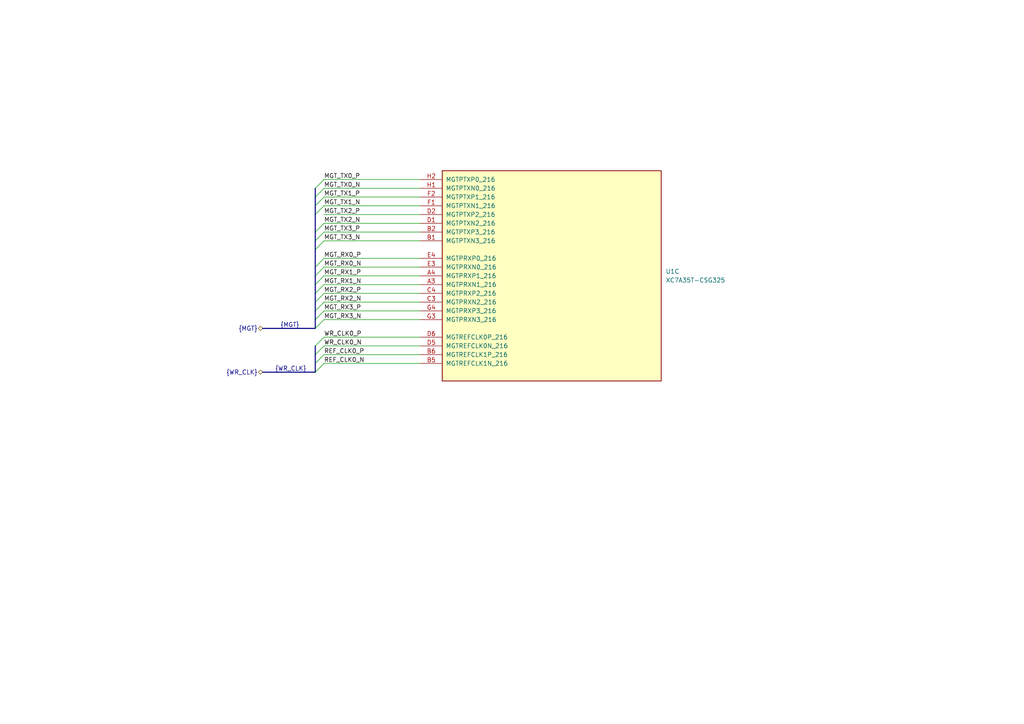
<source format=kicad_sch>
(kicad_sch (version 20250114) (generator "eeschema") (generator_version "9.0")
  (paper "A4")
  (title_block (date "2025-04-18") (rev "${rev}") (company "${name}") (comment 1 "${author}"))
  (lib_symbols
    (symbol "Library_Symbol:XC7A35T-CSG325" (pin_names (offset 1.016))
      (property "Reference" "U" (at 0 1.27 0))
      (property "Value" "XC7A35T-CSG325" (at 0 -1.27 0))
      (symbol "XC7A35T-CSG325_1_1"
        (rectangle (start -44.45 67.31) (end 44.45 -73.66) (stroke (width 0.254)) (fill (type background)))
        (pin bidirectional line (at -50.8 53.34 0) (length 6.35) (name "IO_0_14") (number "L14"))
        (pin bidirectional line (at -50.8 50.8 0) (length 6.35) (name "IO_L1P_T0_D00_MOSI_14") (number "K16"))
        (pin bidirectional line (at -50.8 48.26 0) (length 6.35) (name "IO_L1N_T0_D01_DIN_14") (number "L17"))
        (pin bidirectional line (at -50.8 45.72 0) (length 6.35) (name "IO_L2P_T0_D02_14") (number "J15"))
        (pin bidirectional line (at -50.8 43.18 0) (length 6.35) (name "IO_L2N_T0_D03_14") (number "J16"))
        (pin bidirectional line (at -50.8 40.64 0) (length 6.35) (name "IO_L3P_T0_DQS_PUDC_B_14") (number "J18"))
        (pin bidirectional line (at -50.8 38.1 0) (length 6.35) (name "IO_L3N_T0_DQS_EMCCLK_14") (number "K18"))
        (pin bidirectional line (at -50.8 35.56 0) (length 6.35) (name "IO_L4P_T0_D04_14") (number "K17"))
        (pin bidirectional line (at -50.8 33.02 0) (length 6.35) (name "IO_L4N_T0_D05_14") (number "L18"))
        (pin bidirectional line (at -50.8 30.48 0) (length 6.35) (name "IO_L5P_T0_D06_14") (number "J14"))
        (pin bidirectional line (at -50.8 27.94 0) (length 6.35) (name "IO_L5N_T0_D07_14") (number "K15"))
        (pin bidirectional line (at -50.8 25.4 0) (length 6.35) (name "IO_L6P_T0_FCS_B_14") (number "L15"))
        (pin bidirectional line (at -50.8 22.86 0) (length 6.35) (name "IO_L6N_T0_D08_VREF_14") (number "M15"))
        (pin bidirectional line (at -50.8 20.32 0) (length 6.35) (name "IO_L7P_T1_D09_14") (number "M16"))
        (pin bidirectional line (at -50.8 17.78 0) (length 6.35) (name "IO_L7N_T1_D10_14") (number "M17"))
        (pin bidirectional line (at -50.8 15.24 0) (length 6.35) (name "IO_L8P_T1_D11_14") (number "M14"))
        (pin bidirectional line (at -50.8 12.7 0) (length 6.35) (name "IO_L8N_T1_D12_14") (number "N14"))
        (pin bidirectional line (at -50.8 10.16 0) (length 6.35) (name "IO_L9P_T1_DQS_14") (number "N16"))
        (pin bidirectional line (at -50.8 7.62 0) (length 6.35) (name "IO_L9N_T1_DQS_D13_14") (number "N17"))
        (pin bidirectional line (at -50.8 5.08 0) (length 6.35) (name "IO_L10P_T1_D14_14") (number "N18"))
        (pin bidirectional line (at -50.8 2.54 0) (length 6.35) (name "IO_L10N_T1_D15_14") (number "P18"))
        (pin bidirectional line (at -50.8 0 0) (length 6.35) (name "IO_L11P_T1_SRCC_14") (number "P15"))
        (pin bidirectional line (at -50.8 -2.54 0) (length 6.35) (name "IO_L11N_T1_SRCC_14") (number "P16"))
        (pin bidirectional line (at -50.8 -5.08 0) (length 6.35) (name "IO_L12P_T1_MRCC_14") (number "P14"))
        (pin bidirectional line (at -50.8 -7.62 0) (length 6.35) (name "IO_L12N_T1_MRCC_14") (number "R15"))
        (pin bidirectional line (at -50.8 -10.16 0) (length 6.35) (name "IO_L13P_T2_MRCC_14") (number "T14"))
        (pin bidirectional line (at -50.8 -12.7 0) (length 6.35) (name "IO_L13N_T2_MRCC_14") (number "T15"))
        (pin bidirectional line (at -50.8 -15.24 0) (length 6.35) (name "IO_L14P_T2_SRCC_14") (number "R16"))
        (pin bidirectional line (at -50.8 -17.78 0) (length 6.35) (name "IO_L14N_T2_SRCC_14") (number "R17"))
        (pin bidirectional line (at -50.8 -20.32 0) (length 6.35) (name "IO_L15P_T2_DQS_RDWR_B_14") (number "R18"))
        (pin bidirectional line (at -50.8 -22.86 0) (length 6.35) (name "IO_L15N_T2_DQS_DOUT_CSO_B_14") (number "T18"))
        (pin bidirectional line (at -50.8 -25.4 0) (length 6.35) (name "IO_L16P_T2_CSI_B_14") (number "T17"))
        (pin bidirectional line (at -50.8 -27.94 0) (length 6.35) (name "IO_L16N_T2_A15_D31_14") (number "U17"))
        (pin bidirectional line (at -50.8 -30.48 0) (length 6.35) (name "IO_L17P_T2_A14_D30_14") (number "U15"))
        (pin bidirectional line (at -50.8 -33.02 0) (length 6.35) (name "IO_L17N_T2_A13_D29_14") (number "U16"))
        (pin bidirectional line (at -50.8 -35.56 0) (length 6.35) (name "IO_L18P_T2_A12_D28_14") (number "V16"))
        (pin bidirectional line (at -50.8 -38.1 0) (length 6.35) (name "IO_L18N_T2_A11_D27_14") (number "V17"))
        (pin bidirectional line (at -50.8 -40.64 0) (length 6.35) (name "IO_L19P_T3_A10_D26_14") (number "R13"))
        (pin bidirectional line (at -50.8 -43.18 0) (length 6.35) (name "IO_L19N_T3_A09_D25_VREF_14") (number "T13"))
        (pin bidirectional line (at -50.8 -45.72 0) (length 6.35) (name "IO_L20P_T3_A08_D24_14") (number "U14"))
        (pin bidirectional line (at -50.8 -48.26 0) (length 6.35) (name "IO_L20N_T3_A07_D23_14") (number "V14"))
        (pin bidirectional line (at -50.8 -50.8 0) (length 6.35) (name "IO_L21P_T3_DQS_14") (number "V12"))
        (pin bidirectional line (at -50.8 -53.34 0) (length 6.35) (name "IO_L21N_T3_DQS_A06_D22_14") (number "V13"))
        (pin bidirectional line (at -50.8 -55.88 0) (length 6.35) (name "IO_L22P_T3_A05_D21_14") (number "T12"))
        (pin bidirectional line (at -50.8 -58.42 0) (length 6.35) (name "IO_L22N_T3_A04_D20_14") (number "U12"))
        (pin bidirectional line (at -50.8 -60.96 0) (length 6.35) (name "IO_L23P_T3_A03_D19_14") (number "U11"))
        (pin bidirectional line (at -50.8 -63.5 0) (length 6.35) (name "IO_L23N_T3_A02_D18_14") (number "V11"))
        (pin bidirectional line (at -50.8 -66.04 0) (length 6.35) (name "IO_L24P_T3_A01_D17_14") (number "U9"))
        (pin bidirectional line (at -50.8 -68.58 0) (length 6.35) (name "IO_L24N_T3_A00_D16_14") (number "V9"))
        (pin bidirectional line (at -50.8 -71.12 0) (length 6.35) (name "IO_25_14") (number "U10"))
        (pin power_in line (at -40.64 73.66 270) (length 6.35) (name "VCCO_14") (number "L16"))
        (pin power_in line (at -38.1 73.66 270) (length 6.35) (name "VCCO_14") (number "P17"))
        (pin power_in line (at -35.56 73.66 270) (length 6.35) (name "VCCO_14") (number "R14"))
        (pin power_in line (at -33.02 73.66 270) (length 6.35) (name "VCCO_14") (number "T11"))
        (pin power_in line (at -30.48 73.66 270) (length 6.35) (name "VCCO_14") (number "U8"))
        (pin power_in line (at -27.94 73.66 270) (length 6.35) (name "VCCO_14") (number "U18"))
        (pin power_in line (at -25.4 73.66 270) (length 6.35) (name "VCCO_14") (number "V15"))
        (pin power_in line (at 25.4 73.66 270) (length 6.35) (name "VCCO_15") (number "A16"))
        (pin power_in line (at 27.94 73.66 270) (length 6.35) (name "VCCO_15") (number "B13"))
        (pin power_in line (at 30.48 73.66 270) (length 6.35) (name "VCCO_15") (number "C10"))
        (pin power_in line (at 33.02 73.66 270) (length 6.35) (name "VCCO_15") (number "D17"))
        (pin power_in line (at 35.56 73.66 270) (length 6.35) (name "VCCO_15") (number "E14"))
        (pin power_in line (at 38.1 73.66 270) (length 6.35) (name "VCCO_15") (number "G18"))
        (pin power_in line (at 40.64 73.66 270) (length 6.35) (name "VCCO_15") (number "H15"))
        (pin bidirectional line (at 50.8 53.34 180) (length 6.35) (name "IO_0_15") (number "D10"))
        (pin bidirectional line (at 50.8 50.8 180) (length 6.35) (name "IO_L1P_T0_AD0P_15") (number "D8"))
        (pin bidirectional line (at 50.8 48.26 180) (length 6.35) (name "IO_L1N_T0_AD0N_15") (number "C8"))
        (pin bidirectional line (at 50.8 45.72 180) (length 6.35) (name "IO_L2P_T0_AD8P_15") (number "D9"))
        (pin bidirectional line (at 50.8 43.18 180) (length 6.35) (name "IO_L2N_T0_AD8N_15") (number "C9"))
        (pin bidirectional line (at 50.8 40.64 180) (length 6.35) (name "IO_L3P_T0_DQS_AD1P_15") (number "B9"))
        (pin bidirectional line (at 50.8 38.1 180) (length 6.35) (name "IO_L3N_T0_DQS_AD1N_15") (number "A9"))
        (pin bidirectional line (at 50.8 35.56 180) (length 6.35) (name "IO_L4P_T0_15") (number "C11"))
        (pin bidirectional line (at 50.8 33.02 180) (length 6.35) (name "IO_L4N_T0_15") (number "B11"))
        (pin bidirectional line (at 50.8 30.48 180) (length 6.35) (name "IO_L5P_T0_AD9P_15") (number "B10"))
        (pin bidirectional line (at 50.8 27.94 180) (length 6.35) (name "IO_L5N_T0_AD9N_15") (number "A10"))
        (pin bidirectional line (at 50.8 25.4 180) (length 6.35) (name "IO_L6P_T0_15") (number "D11"))
        (pin bidirectional line (at 50.8 22.86 180) (length 6.35) (name "IO_L6N_T0_VREF_15") (number "C12"))
        (pin bidirectional line (at 50.8 20.32 180) (length 6.35) (name "IO_L7P_T1_AD2P_15") (number "B12"))
        (pin bidirectional line (at 50.8 17.78 180) (length 6.35) (name "IO_L7N_T1_AD2N_15") (number "A12"))
        (pin bidirectional line (at 50.8 15.24 180) (length 6.35) (name "IO_L8P_T1_AD10P_15") (number "A13"))
        (pin bidirectional line (at 50.8 12.7 180) (length 6.35) (name "IO_L8N_T1_AD10N_15") (number "A14"))
        (pin bidirectional line (at 50.8 10.16 180) (length 6.35) (name "IO_L9P_T1_DQS_AD3P_15") (number "C14"))
        (pin bidirectional line (at 50.8 7.62 180) (length 6.35) (name "IO_L9N_T1_DQS_AD3N_15") (number "B15"))
        (pin bidirectional line (at 50.8 5.08 180) (length 6.35) (name "IO_L10P_T1_AD11P_15") (number "B14"))
        (pin bidirectional line (at 50.8 2.54 180) (length 6.35) (name "IO_L10N_T1_AD11N_15") (number "A15"))
        (pin bidirectional line (at 50.8 0 180) (length 6.35) (name "IO_L11P_T1_SRCC_15") (number "D13"))
        (pin bidirectional line (at 50.8 -2.54 180) (length 6.35) (name "IO_L11N_T1_SRCC_15") (number "C13"))
        (pin bidirectional line (at 50.8 -5.08 180) (length 6.35) (name "IO_L12P_T1_MRCC_15") (number "E13"))
        (pin bidirectional line (at 50.8 -7.62 180) (length 6.35) (name "IO_L12N_T1_MRCC_15") (number "D14"))
        (pin bidirectional line (at 50.8 -10.16 180) (length 6.35) (name "IO_L13P_T2_MRCC_15") (number "E15"))
        (pin bidirectional line (at 50.8 -12.7 180) (length 6.35) (name "IO_L13N_T2_MRCC_15") (number "D15"))
        (pin bidirectional line (at 50.8 -15.24 180) (length 6.35) (name "IO_L14P_T2_SRCC_15") (number "E16"))
        (pin bidirectional line (at 50.8 -17.78 180) (length 6.35) (name "IO_L14N_T2_SRCC_15") (number "D16"))
        (pin bidirectional line (at 50.8 -20.32 180) (length 6.35) (name "IO_L15P_T2_DQS_15") (number "B16"))
        (pin bidirectional line (at 50.8 -22.86 180) (length 6.35) (name "IO_L15N_T2_DQS_ADV_B_15") (number "A17"))
        (pin bidirectional line (at 50.8 -25.4 180) (length 6.35) (name "IO_L16P_T2_A28_15") (number "C16"))
        (pin bidirectional line (at 50.8 -27.94 180) (length 6.35) (name "IO_L16N_T2_A27_15") (number "B17"))
        (pin bidirectional line (at 50.8 -30.48 180) (length 6.35) (name "IO_L17P_T2_A26_15") (number "E17"))
        (pin bidirectional line (at 50.8 -33.02 180) (length 6.35) (name "IO_L17N_T2_A25_15") (number "D18"))
        (pin bidirectional line (at 50.8 -35.56 180) (length 6.35) (name "IO_L18P_T2_A24_15") (number "C17"))
        (pin bidirectional line (at 50.8 -38.1 180) (length 6.35) (name "IO_L18N_T2_A23_15") (number "C18"))
        (pin bidirectional line (at 50.8 -40.64 180) (length 6.35) (name "IO_L19P_T3_A22_15") (number "G17"))
        (pin bidirectional line (at 50.8 -43.18 180) (length 6.35) (name "IO_L19N_T3_A21_VREF_15") (number "F18"))
        (pin bidirectional line (at 50.8 -45.72 180) (length 6.35) (name "IO_L20P_T3_A20_15") (number "H16"))
        (pin bidirectional line (at 50.8 -48.26 180) (length 6.35) (name "IO_L20N_T3_A19_15") (number "G16"))
        (pin bidirectional line (at 50.8 -50.8 180) (length 6.35) (name "IO_L21P_T3_DQS_15") (number "G15"))
        (pin bidirectional line (at 50.8 -53.34 180) (length 6.35) (name "IO_L21N_T3_DQS_A18_15") (number "F15"))
        (pin bidirectional line (at 50.8 -55.88 180) (length 6.35) (name "IO_L22P_T3_A17_15") (number "G14"))
        (pin bidirectional line (at 50.8 -58.42 180) (length 6.35) (name "IO_L22N_T3_A16_15") (number "F14"))
        (pin bidirectional line (at 50.8 -60.96 180) (length 6.35) (name "IO_L23P_T3_FOE_B_15") (number "H17"))
        (pin bidirectional line (at 50.8 -63.5 180) (length 6.35) (name "IO_L23N_T3_FWE_B_15") (number "H18"))
        (pin bidirectional line (at 50.8 -66.04 180) (length 6.35) (name "IO_L24P_T3_RS1_15") (number "F17"))
        (pin bidirectional line (at 50.8 -68.58 180) (length 6.35) (name "IO_L24N_T3_RS0_15") (number "E18"))
        (pin bidirectional line (at 50.8 -71.12 180) (length 6.35) (name "IO_25_15") (number "H14"))
      )
      (symbol "XC7A35T-CSG325_2_1"
        (rectangle (start -44.45 67.31) (end 44.45 -73.66) (stroke (width 0.254)) (fill (type background)))
        (pin bidirectional line (at -50.8 53.34 0) (length 6.35) (name "IO_0_34") (number "J6"))
        (pin bidirectional line (at -50.8 50.8 0) (length 6.35) (name "IO_L1P_T0_34") (number "K6"))
        (pin bidirectional line (at -50.8 48.26 0) (length 6.35) (name "IO_L1N_T0_34") (number "K5"))
        (pin bidirectional line (at -50.8 45.72 0) (length 6.35) (name "IO_L2P_T0_34") (number "J5"))
        (pin bidirectional line (at -50.8 43.18 0) (length 6.35) (name "IO_L2N_T0_34") (number "J4"))
        (pin bidirectional line (at -50.8 40.64 0) (length 6.35) (name "IO_L3P_T0_DQS_34") (number "K2"))
        (pin bidirectional line (at -50.8 38.1 0) (length 6.35) (name "IO_L3N_T0_DQS_34") (number "K1"))
        (pin bidirectional line (at -50.8 35.56 0) (length 6.35) (name "IO_L4P_T0_34") (number "K3"))
        (pin bidirectional line (at -50.8 33.02 0) (length 6.35) (name "IO_L4N_T0_34") (number "L2"))
        (pin bidirectional line (at -50.8 30.48 0) (length 6.35) (name "IO_L5P_T0_34") (number "L4"))
        (pin bidirectional line (at -50.8 27.94 0) (length 6.35) (name "IO_L5N_T0_34") (number "L3"))
        (pin bidirectional line (at -50.8 25.4 0) (length 6.35) (name "IO_L6P_T0_34") (number "L5"))
        (pin bidirectional line (at -50.8 22.86 0) (length 6.35) (name "IO_L6N_T0_VREF_34") (number "M5"))
        (pin bidirectional line (at -50.8 20.32 0) (length 6.35) (name "IO_L7P_T1_34") (number "M2"))
        (pin bidirectional line (at -50.8 17.78 0) (length 6.35) (name "IO_L7N_T1_34") (number "M1"))
        (pin bidirectional line (at -50.8 15.24 0) (length 6.35) (name "IO_L8P_T1_34") (number "M6"))
        (pin bidirectional line (at -50.8 12.7 0) (length 6.35) (name "IO_L8N_T1_34") (number "N6"))
        (pin bidirectional line (at -50.8 10.16 0) (length 6.35) (name "IO_L9P_T1_DQS_34") (number "N1"))
        (pin bidirectional line (at -50.8 7.62 0) (length 6.35) (name "IO_L9N_T1_DQS_34") (number "P1"))
        (pin bidirectional line (at -50.8 5.08 0) (length 6.35) (name "IO_L10P_T1_34") (number "M4"))
        (pin bidirectional line (at -50.8 2.54 0) (length 6.35) (name "IO_L10N_T1_34") (number "N4"))
        (pin bidirectional line (at -50.8 0 0) (length 6.35) (name "IO_L11P_T1_SRCC_34") (number "N3"))
        (pin bidirectional line (at -50.8 -2.54 0) (length 6.35) (name "IO_L11N_T1_SRCC_34") (number "N2"))
        (pin bidirectional line (at -50.8 -5.08 0) (length 6.35) (name "IO_L12P_T1_MRCC_34") (number "P4"))
        (pin bidirectional line (at -50.8 -7.62 0) (length 6.35) (name "IO_L12N_T1_MRCC_34") (number "P3"))
        (pin bidirectional line (at -50.8 -10.16 0) (length 6.35) (name "IO_L13P_T2_MRCC_34") (number "R2"))
        (pin bidirectional line (at -50.8 -12.7 0) (length 6.35) (name "IO_L13N_T2_MRCC_34") (number "R1"))
        (pin bidirectional line (at -50.8 -15.24 0) (length 6.35) (name "IO_L14P_T2_SRCC_34") (number "R3"))
        (pin bidirectional line (at -50.8 -17.78 0) (length 6.35) (name "IO_L14N_T2_SRCC_34") (number "T2"))
        (pin bidirectional line (at -50.8 -20.32 0) (length 6.35) (name "IO_L15P_T2_DQS_34") (number "U2"))
        (pin bidirectional line (at -50.8 -22.86 0) (length 6.35) (name "IO_L15N_T2_DQS_34") (number "U1"))
        (pin bidirectional line (at -50.8 -25.4 0) (length 6.35) (name "IO_L16P_T2_34") (number "V3"))
        (pin bidirectional line (at -50.8 -27.94 0) (length 6.35) (name "IO_L16N_T2_34") (number "V2"))
        (pin bidirectional line (at -50.8 -30.48 0) (length 6.35) (name "IO_L17P_T2_34") (number "T4"))
        (pin bidirectional line (at -50.8 -33.02 0) (length 6.35) (name "IO_L17N_T2_34") (number "T3"))
        (pin bidirectional line (at -50.8 -35.56 0) (length 6.35) (name "IO_L18P_T2_34") (number "U4"))
        (pin bidirectional line (at -50.8 -38.1 0) (length 6.35) (name "IO_L18N_T2_34") (number "V4"))
        (pin bidirectional line (at -50.8 -40.64 0) (length 6.35) (name "IO_L19P_T3_34") (number "P6"))
        (pin bidirectional line (at -50.8 -43.18 0) (length 6.35) (name "IO_L19N_T3_VREF_34") (number "P5"))
        (pin bidirectional line (at -50.8 -45.72 0) (length 6.35) (name "IO_L20P_T3_34") (number "U6"))
        (pin bidirectional line (at -50.8 -48.26 0) (length 6.35) (name "IO_L20N_T3_34") (number "U5"))
        (pin bidirectional line (at -50.8 -50.8 0) (length 6.35) (name "IO_L21P_T3_DQS_34") (number "R5"))
        (pin bidirectional line (at -50.8 -53.34 0) (length 6.35) (name "IO_L21N_T3_DQS_34") (number "T5"))
        (pin bidirectional line (at -50.8 -55.88 0) (length 6.35) (name "IO_L22P_T3_34") (number "R7"))
        (pin bidirectional line (at -50.8 -58.42 0) (length 6.35) (name "IO_L22N_T3_34") (number "T7"))
        (pin bidirectional line (at -50.8 -60.96 0) (length 6.35) (name "IO_L23P_T3_34") (number "U7"))
        (pin bidirectional line (at -50.8 -63.5 0) (length 6.35) (name "IO_L23N_T3_34") (number "V6"))
        (pin bidirectional line (at -50.8 -66.04 0) (length 6.35) (name "IO_L24P_T3_34") (number "V8"))
        (pin bidirectional line (at -50.8 -68.58 0) (length 6.35) (name "IO_L24N_T3_34") (number "V7"))
        (pin bidirectional line (at -50.8 -71.12 0) (length 6.35) (name "IO_25_34") (number "R6"))
        (pin power_in line (at -40.64 73.66 270) (length 6.35) (name "VCCO_34") (number "L6"))
        (pin power_in line (at -38.1 73.66 270) (length 6.35) (name "VCCO_34") (number "M3"))
        (pin power_in line (at -35.56 73.66 270) (length 6.35) (name "VCCO_34") (number "P7"))
        (pin power_in line (at -33.02 73.66 270) (length 6.35) (name "VCCO_34") (number "R4"))
        (pin power_in line (at -30.48 73.66 270) (length 6.35) (name "VCCO_34") (number "T1"))
        (pin power_in line (at -27.94 73.66 270) (length 6.35) (name "VCCO_34") (number "V5"))
      )
      (symbol "XC7A35T-CSG325_3_1"
        (rectangle (start -31.75 30.48) (end 31.75 -30.48) (stroke (width 0.254)) (fill (type background)))
        (pin bidirectional line (at -38.1 27.94 0) (length 6.35) (name "MGTPTXP0_216") (number "H2"))
        (pin bidirectional line (at -38.1 25.4 0) (length 6.35) (name "MGTPTXN0_216") (number "H1"))
        (pin bidirectional line (at -38.1 22.86 0) (length 6.35) (name "MGTPTXP1_216") (number "F2"))
        (pin bidirectional line (at -38.1 20.32 0) (length 6.35) (name "MGTPTXN1_216") (number "F1"))
        (pin bidirectional line (at -38.1 17.78 0) (length 6.35) (name "MGTPTXP2_216") (number "D2"))
        (pin bidirectional line (at -38.1 15.24 0) (length 6.35) (name "MGTPTXN2_216") (number "D1"))
        (pin bidirectional line (at -38.1 12.7 0) (length 6.35) (name "MGTPTXP3_216") (number "B2"))
        (pin bidirectional line (at -38.1 10.16 0) (length 6.35) (name "MGTPTXN3_216") (number "B1"))
        (pin bidirectional line (at -38.1 5.08 0) (length 6.35) (name "MGTPRXP0_216") (number "E4"))
        (pin bidirectional line (at -38.1 2.54 0) (length 6.35) (name "MGTPRXN0_216") (number "E3"))
        (pin bidirectional line (at -38.1 0 0) (length 6.35) (name "MGTPRXP1_216") (number "A4"))
        (pin bidirectional line (at -38.1 -2.54 0) (length 6.35) (name "MGTPRXN1_216") (number "A3"))
        (pin bidirectional line (at -38.1 -5.08 0) (length 6.35) (name "MGTPRXP2_216") (number "C4"))
        (pin bidirectional line (at -38.1 -7.62 0) (length 6.35) (name "MGTPRXN2_216") (number "C3"))
        (pin bidirectional line (at -38.1 -10.16 0) (length 6.35) (name "MGTPRXP3_216") (number "G4"))
        (pin bidirectional line (at -38.1 -12.7 0) (length 6.35) (name "MGTPRXN3_216") (number "G3"))
        (pin bidirectional line (at -38.1 -17.78 0) (length 6.35) (name "MGTREFCLK0P_216") (number "D6"))
        (pin bidirectional line (at -38.1 -20.32 0) (length 6.35) (name "MGTREFCLK0N_216") (number "D5"))
        (pin bidirectional line (at -38.1 -22.86 0) (length 6.35) (name "MGTREFCLK1P_216") (number "B6"))
        (pin bidirectional line (at -38.1 -25.4 0) (length 6.35) (name "MGTREFCLK1N_216") (number "B5"))
      )
      (symbol "XC7A35T-CSG325_4_1"
        (rectangle (start -31.75 10.16) (end 31.75 -10.16) (stroke (width 0.254)) (fill (type background)))
        (pin power_in line (at -38.1 7.62 0) (length 6.35) (name "MGTAVCC") (number "B4"))
        (pin power_in line (at -38.1 5.08 0) (length 6.35) (name "MGTAVCC") (number "C5"))
        (pin power_in line (at -38.1 2.54 0) (length 6.35) (name "MGTAVCC") (number "E5"))
        (pin power_in line (at -38.1 0 0) (length 6.35) (name "MGTAVCC") (number "F5"))
        (pin power_in line (at 38.1 7.62 180) (length 6.35) (name "MGTAVTT") (number "A2"))
        (pin power_in line (at 38.1 5.08 180) (length 6.35) (name "MGTAVTT") (number "C1"))
        (pin power_in line (at 38.1 2.54 180) (length 6.35) (name "MGTAVTT") (number "E1"))
        (pin power_in line (at 38.1 0 180) (length 6.35) (name "MGTAVTT") (number "F3"))
        (pin power_in line (at 38.1 -2.54 180) (length 6.35) (name "MGTAVTT") (number "G2"))
        (pin power_in line (at 38.1 -7.62 180) (length 6.35) (name "MGTRREF_216") (number "A6"))
      )
      (symbol "XC7A35T-CSG325_5_1"
        (rectangle (start -31.75 34.29) (end 31.75 -40.64) (stroke (width 0.254)) (fill (type background)))
        (pin power_in line (at 25.4 40.64 270) (length 6.35) (name "VCCO_0") (number "E10"))
        (pin power_in line (at 27.94 40.64 270) (length 6.35) (name "VCCO_0") (number "R10"))
        (pin bidirectional line (at 38.1 20.32 180) (length 6.35) (name "TDI_0") (number "T9"))
        (pin bidirectional line (at 38.1 17.78 180) (length 6.35) (name "TDO_0") (number "T8"))
        (pin bidirectional line (at 38.1 15.24 180) (length 6.35) (name "TMS_0") (number "R8"))
        (pin bidirectional line (at 38.1 12.7 180) (length 6.35) (name "TCK_0") (number "F8"))
        (pin bidirectional line (at 38.1 7.62 180) (length 6.35) (name "CCLK_0") (number "E8"))
        (pin bidirectional line (at 38.1 5.08 180) (length 6.35) (name "M0_0") (number "R12"))
        (pin bidirectional line (at 38.1 2.54 180) (length 6.35) (name "M1_0") (number "R11"))
        (pin bidirectional line (at 38.1 0 180) (length 6.35) (name "M2_0") (number "F13"))
        (pin bidirectional line (at 38.1 -5.08 180) (length 6.35) (name "DONE_0") (number "F12"))
        (pin bidirectional line (at 38.1 -7.62 180) (length 6.35) (name "INIT_B_0") (number "T10"))
        (pin bidirectional line (at 38.1 -10.16 180) (length 6.35) (name "PROGRAM_B_0") (number "P10"))
        (pin bidirectional line (at 38.1 -15.24 180) (length 6.35) (name "CFGBVS_0") (number "E12"))
        (pin bidirectional line (at 38.1 -20.32 180) (length 6.35) (name "VP_0") (number "K10"))
        (pin bidirectional line (at 38.1 -22.86 180) (length 6.35) (name "VN_0") (number "L9"))
        (pin bidirectional line (at 38.1 -27.94 180) (length 6.35) (name "VREFP_0") (number "L10"))
        (pin bidirectional line (at 38.1 -30.48 180) (length 6.35) (name "VREFN_0") (number "K9"))
        (pin bidirectional line (at 38.1 -35.56 180) (length 6.35) (name "DXP_0") (number "M10"))
        (pin bidirectional line (at 38.1 -38.1 180) (length 6.35) (name "DXN_0") (number "M9"))
      )
      (symbol "XC7A35T-CSG325_6_1"
        (rectangle (start -19.05 73.66) (end 19.05 -73.66) (stroke (width 0.254)) (fill (type background)))
        (pin power_in line (at -25.4 71.12 0) (length 6.35) (name "VCCAUX") (number "G12"))
        (pin power_in line (at -25.4 68.58 0) (length 6.35) (name "VCCAUX") (number "H13"))
        (pin power_in line (at -25.4 66.04 0) (length 6.35) (name "VCCAUX") (number "K13"))
        (pin power_in line (at -25.4 63.5 0) (length 6.35) (name "VCCAUX") (number "M13"))
        (pin power_in line (at -25.4 60.96 0) (length 6.35) (name "VCCAUX") (number "P13"))
        (pin power_in line (at -25.4 55.88 0) (length 6.35) (name "GNDADC_0") (number "J9"))
        (pin power_in line (at -25.4 53.34 0) (length 6.35) (name "VCCADC_0") (number "J10"))
        (pin power_in line (at -25.4 50.8 0) (length 6.35) (name "VCCBATT_0") (number "E11"))
        (pin power_in line (at -25.4 48.26 0) (length 6.35) (name "VCCBRAM") (number "F11"))
        (pin power_in line (at -25.4 45.72 0) (length 6.35) (name "VCCBRAM") (number "G10"))
        (pin power_in line (at -25.4 43.18 0) (length 6.35) (name "VCCBRAM") (number "H11"))
        (pin power_in line (at -25.4 22.86 0) (length 6.35) (name "GND") (number "A1"))
        (pin power_in line (at -25.4 20.32 0) (length 6.35) (name "GND") (number "A5"))
        (pin power_in line (at -25.4 17.78 0) (length 6.35) (name "GND") (number "A7"))
        (pin power_in line (at -25.4 15.24 0) (length 6.35) (name "GND") (number "A8"))
        (pin power_in line (at -25.4 12.7 0) (length 6.35) (name "GND") (number "A11"))
        (pin power_in line (at -25.4 10.16 0) (length 6.35) (name "GND") (number "A18"))
        (pin power_in line (at -25.4 7.62 0) (length 6.35) (name "GND") (number "B3"))
        (pin power_in line (at -25.4 5.08 0) (length 6.35) (name "GND") (number "B7"))
        (pin power_in line (at -25.4 2.54 0) (length 6.35) (name "GND") (number "B8"))
        (pin power_in line (at -25.4 0 0) (length 6.35) (name "GND") (number "B18"))
        (pin power_in line (at -25.4 -2.54 0) (length 6.35) (name "GND") (number "C2"))
        (pin power_in line (at -25.4 -5.08 0) (length 6.35) (name "GND") (number "C6"))
        (pin power_in line (at -25.4 -7.62 0) (length 6.35) (name "GND") (number "C7"))
        (pin power_in line (at -25.4 -10.16 0) (length 6.35) (name "GND") (number "C15"))
        (pin power_in line (at -25.4 -12.7 0) (length 6.35) (name "GND") (number "D3"))
        (pin power_in line (at -25.4 -15.24 0) (length 6.35) (name "GND") (number "D4"))
        (pin power_in line (at -25.4 -17.78 0) (length 6.35) (name "GND") (number "D7"))
        (pin power_in line (at -25.4 -20.32 0) (length 6.35) (name "GND") (number "D12"))
        (pin power_in line (at -25.4 -22.86 0) (length 6.35) (name "GND") (number "E2"))
        (pin power_in line (at -25.4 -25.4 0) (length 6.35) (name "GND") (number "E6"))
        (pin power_in line (at -25.4 -27.94 0) (length 6.35) (name "GND") (number "E7"))
        (pin power_in line (at -25.4 -30.48 0) (length 6.35) (name "GND") (number "E9"))
        (pin power_in line (at -25.4 -33.02 0) (length 6.35) (name "GND") (number "F4"))
        (pin power_in line (at -25.4 -35.56 0) (length 6.35) (name "GND") (number "F6"))
        (pin power_in line (at -25.4 -38.1 0) (length 6.35) (name "GND") (number "F10"))
        (pin power_in line (at -25.4 -40.64 0) (length 6.35) (name "GND") (number "F16"))
        (pin power_in line (at -25.4 -43.18 0) (length 6.35) (name "GND") (number "G1"))
        (pin power_in line (at -25.4 -45.72 0) (length 6.35) (name "GND") (number "G5"))
        (pin power_in line (at -25.4 -48.26 0) (length 6.35) (name "GND") (number "G6"))
        (pin power_in line (at -25.4 -50.8 0) (length 6.35) (name "GND") (number "G7"))
        (pin power_in line (at -25.4 -53.34 0) (length 6.35) (name "GND") (number "G9"))
        (pin power_in line (at -25.4 -55.88 0) (length 6.35) (name "GND") (number "G11"))
        (pin power_in line (at -25.4 -58.42 0) (length 6.35) (name "GND") (number "G13"))
        (pin power_in line (at -25.4 -60.96 0) (length 6.35) (name "GND") (number "H3"))
        (pin power_in line (at -25.4 -63.5 0) (length 6.35) (name "GND") (number "H4"))
        (pin power_in line (at -25.4 -66.04 0) (length 6.35) (name "GND") (number "H5"))
        (pin power_in line (at -25.4 -68.58 0) (length 6.35) (name "GND") (number "H6"))
        (pin power_in line (at -25.4 -71.12 0) (length 6.35) (name "GND") (number "H8"))
        (pin power_in line (at 25.4 71.12 180) (length 6.35) (name "VCCINT") (number "F7"))
        (pin power_in line (at 25.4 68.58 180) (length 6.35) (name "VCCINT") (number "F9"))
        (pin power_in line (at 25.4 66.04 180) (length 6.35) (name "VCCINT") (number "G8"))
        (pin power_in line (at 25.4 63.5 180) (length 6.35) (name "VCCINT") (number "H7"))
        (pin power_in line (at 25.4 60.96 180) (length 6.35) (name "VCCINT") (number "H9"))
        (pin power_in line (at 25.4 58.42 180) (length 6.35) (name "VCCINT") (number "J8"))
        (pin power_in line (at 25.4 55.88 180) (length 6.35) (name "VCCINT") (number "J12"))
        (pin power_in line (at 25.4 53.34 180) (length 6.35) (name "VCCINT") (number "K7"))
        (pin power_in line (at 25.4 50.8 180) (length 6.35) (name "VCCINT") (number "K11"))
        (pin power_in line (at 25.4 48.26 180) (length 6.35) (name "VCCINT") (number "L8"))
        (pin power_in line (at 25.4 45.72 180) (length 6.35) (name "VCCINT") (number "L12"))
        (pin power_in line (at 25.4 43.18 180) (length 6.35) (name "VCCINT") (number "M7"))
        (pin power_in line (at 25.4 40.64 180) (length 6.35) (name "VCCINT") (number "M11"))
        (pin power_in line (at 25.4 38.1 180) (length 6.35) (name "VCCINT") (number "N8"))
        (pin power_in line (at 25.4 35.56 180) (length 6.35) (name "VCCINT") (number "N10"))
        (pin power_in line (at 25.4 33.02 180) (length 6.35) (name "VCCINT") (number "N12"))
        (pin power_in line (at 25.4 30.48 180) (length 6.35) (name "VCCINT") (number "P9"))
        (pin power_in line (at 25.4 27.94 180) (length 6.35) (name "VCCINT") (number "P11"))
        (pin power_in line (at 25.4 20.32 180) (length 6.35) (name "GND") (number "H10"))
        (pin power_in line (at 25.4 17.78 180) (length 6.35) (name "GND") (number "H12"))
        (pin power_in line (at 25.4 15.24 180) (length 6.35) (name "GND") (number "J1"))
        (pin power_in line (at 25.4 12.7 180) (length 6.35) (name "GND") (number "J2"))
        (pin power_in line (at 25.4 10.16 180) (length 6.35) (name "GND") (number "J3"))
        (pin power_in line (at 25.4 7.62 180) (length 6.35) (name "GND") (number "J7"))
        (pin power_in line (at 25.4 5.08 180) (length 6.35) (name "GND") (number "J11"))
        (pin power_in line (at 25.4 2.54 180) (length 6.35) (name "GND") (number "J13"))
        (pin power_in line (at 25.4 0 180) (length 6.35) (name "GND") (number "J17"))
        (pin power_in line (at 25.4 -2.54 180) (length 6.35) (name "GND") (number "K4"))
        (pin power_in line (at 25.4 -5.08 180) (length 6.35) (name "GND") (number "K8"))
        (pin power_in line (at 25.4 -7.62 180) (length 6.35) (name "GND") (number "K12"))
        (pin power_in line (at 25.4 -10.16 180) (length 6.35) (name "GND") (number "K14"))
        (pin power_in line (at 25.4 -12.7 180) (length 6.35) (name "GND") (number "L1"))
        (pin power_in line (at 25.4 -15.24 180) (length 6.35) (name "GND") (number "L7"))
        (pin power_in line (at 25.4 -17.78 180) (length 6.35) (name "GND") (number "L11"))
        (pin power_in line (at 25.4 -20.32 180) (length 6.35) (name "GND") (number "L13"))
        (pin power_in line (at 25.4 -22.86 180) (length 6.35) (name "GND") (number "M8"))
        (pin power_in line (at 25.4 -25.4 180) (length 6.35) (name "GND") (number "M12"))
        (pin power_in line (at 25.4 -27.94 180) (length 6.35) (name "GND") (number "M18"))
        (pin power_in line (at 25.4 -30.48 180) (length 6.35) (name "GND") (number "N5"))
        (pin power_in line (at 25.4 -33.02 180) (length 6.35) (name "GND") (number "N7"))
        (pin power_in line (at 25.4 -35.56 180) (length 6.35) (name "GND") (number "N9"))
        (pin power_in line (at 25.4 -38.1 180) (length 6.35) (name "GND") (number "N11"))
        (pin power_in line (at 25.4 -40.64 180) (length 6.35) (name "GND") (number "N13"))
        (pin power_in line (at 25.4 -43.18 180) (length 6.35) (name "GND") (number "N15"))
        (pin power_in line (at 25.4 -45.72 180) (length 6.35) (name "GND") (number "P2"))
        (pin power_in line (at 25.4 -48.26 180) (length 6.35) (name "GND") (number "P8"))
        (pin power_in line (at 25.4 -50.8 180) (length 6.35) (name "GND") (number "P12"))
        (pin power_in line (at 25.4 -53.34 180) (length 6.35) (name "GND") (number "R9"))
        (pin power_in line (at 25.4 -55.88 180) (length 6.35) (name "GND") (number "T6"))
        (pin power_in line (at 25.4 -58.42 180) (length 6.35) (name "GND") (number "T16"))
        (pin power_in line (at 25.4 -60.96 180) (length 6.35) (name "GND") (number "U3"))
        (pin power_in line (at 25.4 -63.5 180) (length 6.35) (name "GND") (number "U13"))
        (pin power_in line (at 25.4 -66.04 180) (length 6.35) (name "GND") (number "V1"))
        (pin power_in line (at 25.4 -68.58 180) (length 6.35) (name "GND") (number "V10"))
        (pin power_in line (at 25.4 -71.12 180) (length 6.35) (name "GND") (number "V18"))
      )
    )
  )
  (bus_alias "MGT" (members "MGT_TX0_P" "MGT_TX0_N" "MGT_TX1_P" "MGT_TX1_N" "MGT_TX2_P" "MGT_TX2_N" "MGT_TX3_P" "MGT_TX3_N" "MGT_RX0_P" "MGT_RX0_N" "MGT_RX1_P" "MGT_RX1_N" "MGT_RX2_P" "MGT_RX2_N" "MGT_RX3_P" "MGT_RX3_N"))
  (bus_entry (at 91.44 72.39) (size 2.54 -2.54))
  (bus_entry (at 91.44 95.25) (size 2.54 -2.54))
  (bus_entry (at 91.44 107.95) (size 2.54 -2.54))
  (bus_entry (at 91.44 69.85) (size 2.54 -2.54))
  (bus_entry (at 91.44 80.01) (size 2.54 -2.54))
  (bus_entry (at 91.44 87.63) (size 2.54 -2.54))
  (bus_entry (at 91.44 57.15) (size 2.54 -2.54))
  (bus_entry (at 91.44 90.17) (size 2.54 -2.54))
  (bus_entry (at 91.44 105.41) (size 2.54 -2.54))
  (bus_entry (at 91.44 102.87) (size 2.54 -2.54))
  (bus_entry (at 91.44 92.71) (size 2.54 -2.54))
  (bus_entry (at 91.44 67.31) (size 2.54 -2.54))
  (bus_entry (at 91.44 54.61) (size 2.54 -2.54))
  (bus_entry (at 91.44 100.33) (size 2.54 -2.54))
  (bus_entry (at 91.44 62.23) (size 2.54 -2.54))
  (bus_entry (at 91.44 82.55) (size 2.54 -2.54))
  (bus_entry (at 91.44 59.69) (size 2.54 -2.54))
  (bus_entry (at 91.44 77.47) (size 2.54 -2.54))
  (bus_entry (at 91.44 85.09) (size 2.54 -2.54))
  (bus (pts (xy 91.44 87.63) (xy 91.44 90.17)))
  (wire (pts (xy 93.98 92.71) (xy 121.92 92.71)))
  (bus (pts (xy 91.44 100.33) (xy 91.44 102.87)))
  (bus (pts (xy 76.2 95.25) (xy 91.44 95.25)))
  (wire (pts (xy 93.98 52.07) (xy 121.92 52.07)))
  (bus (pts (xy 91.44 82.55) (xy 91.44 85.09)))
  (wire (pts (xy 93.98 85.09) (xy 121.92 85.09)))
  (bus (pts (xy 91.44 92.71) (xy 91.44 95.25)))
  (wire (pts (xy 93.98 105.41) (xy 121.92 105.41)))
  (bus (pts (xy 76.2 107.95) (xy 91.44 107.95)))
  (wire (pts (xy 93.98 54.61) (xy 121.92 54.61)))
  (bus (pts (xy 91.44 67.31) (xy 91.44 69.85)))
  (wire (pts (xy 93.98 62.23) (xy 121.92 62.23)))
  (bus (pts (xy 91.44 90.17) (xy 91.44 92.71)))
  (wire (pts (xy 93.98 97.79) (xy 121.92 97.79)))
  (bus (pts (xy 91.44 72.39) (xy 91.44 77.47)))
  (wire (pts (xy 93.98 100.33) (xy 121.92 100.33)))
  (wire (pts (xy 93.98 69.85) (xy 121.92 69.85)))
  (wire (pts (xy 93.98 74.93) (xy 121.92 74.93)))
  (bus (pts (xy 91.44 57.15) (xy 91.44 59.69)))
  (wire (pts (xy 93.98 82.55) (xy 121.92 82.55)))
  (wire (pts (xy 93.98 90.17) (xy 121.92 90.17)))
  (wire (pts (xy 93.98 87.63) (xy 121.92 87.63)))
  (wire (pts (xy 93.98 67.31) (xy 121.92 67.31)))
  (wire (pts (xy 93.98 102.87) (xy 121.92 102.87)))
  (bus (pts (xy 91.44 59.69) (xy 91.44 62.23)))
  (wire (pts (xy 93.98 77.47) (xy 121.92 77.47)))
  (bus (pts (xy 91.44 80.01) (xy 91.44 82.55)))
  (bus (pts (xy 91.44 102.87) (xy 91.44 105.41)))
  (bus (pts (xy 91.44 62.23) (xy 91.44 67.31)))
  (bus (pts (xy 91.44 54.61) (xy 91.44 57.15)))
  (wire (pts (xy 93.98 64.77) (xy 121.92 64.77)))
  (wire (pts (xy 93.98 57.15) (xy 121.92 57.15)))
  (bus (pts (xy 91.44 69.85) (xy 91.44 72.39)))
  (bus (pts (xy 91.44 77.47) (xy 91.44 80.01)))
  (bus (pts (xy 91.44 107.95) (xy 91.44 105.41)))
  (wire (pts (xy 93.98 80.01) (xy 121.92 80.01)))
  (bus (pts (xy 91.44 85.09) (xy 91.44 87.63)))
  (wire (pts (xy 93.98 59.69) (xy 121.92 59.69)))
  (label "MGT_TX2_P" (at 93.98 62.23 0))
  (label "MGT_RX3_P" (at 93.98 90.17 0))
  (label "{MGT}" (at 81.28 95.25 0))
  (label "MGT_RX0_P" (at 93.98 74.93 0))
  (label "MGT_RX2_P" (at 93.98 85.09 0))
  (label "MGT_RX1_N" (at 93.98 82.55 0))
  (label "WR_CLK0_P" (at 93.98 97.79 0) (effects (font (thickness 0.1588))))
  (label "MGT_TX0_P" (at 93.98 52.07 0))
  (label "MGT_TX3_N" (at 93.98 69.85 0))
  (label "{WR_CLK}" (at 88.9 107.95 180))
  (label "MGT_TX1_P" (at 93.98 57.15 0))
  (label "MGT_TX1_N" (at 93.98 59.69 0))
  (label "WR_CLK0_N" (at 93.98 100.33 0) (effects (font (thickness 0.1588))))
  (label "MGT_TX2_N" (at 93.98 64.77 0))
  (label "MGT_RX1_P" (at 93.98 80.01 0))
  (label "MGT_RX2_N" (at 93.98 87.63 0))
  (label "MGT_RX3_N" (at 93.98 92.71 0))
  (label "MGT_TX3_P" (at 93.98 67.31 0))
  (label "MGT_TX0_N" (at 93.98 54.61 0))
  (label "REF_CLK0_N" (at 93.98 105.41 0))
  (label "MGT_RX0_N" (at 93.98 77.47 0))
  (label "REF_CLK0_P" (at 93.98 102.87 0))
  (hierarchical_label "{MGT}" (shape bidirectional) (at 76.2 95.25 180))
  (hierarchical_label "{WR_CLK}" (shape bidirectional) (at 76.2 107.95 180))
  (symbol (lib_id "Library_Symbol:XC7A35T-CSG325") (at 160.02 80.01 0) (unit 3)
    (property "Reference" "U1" (at 193.04 78.7399 0) (effects (justify left)))
    (property "Value" "XC7A35T-CSG325" (at 193.04 81.2799 0) (effects (justify left)))
    (property "Footprint" "Footprint:Xilinx_CSG325" (effects (hide yes)))
    (property "Description" "Artix 7 T 35 XC7A35T-CSG325" (effects (hide yes)))
    (property "FT Rotation Offset" "0" (effects (hide yes)))
    (property "LCSC" "C1521749" (effects (hide yes)))
  )
)
</source>
